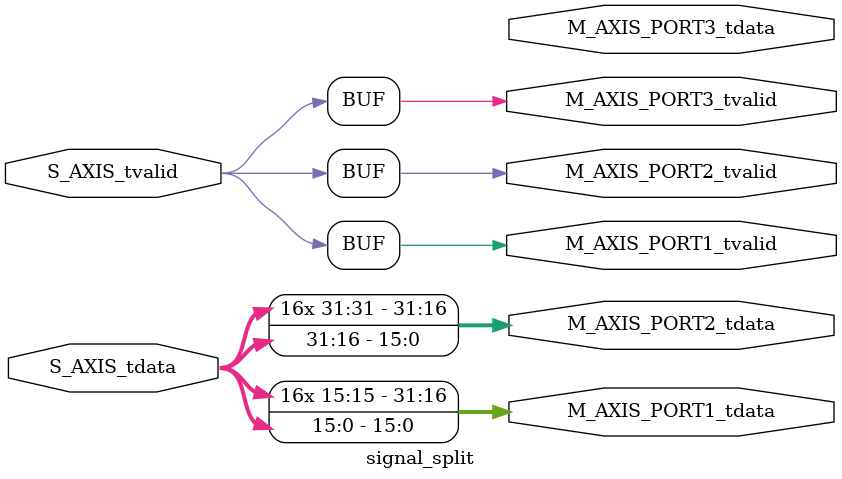
<source format=v>
`timescale 1ns / 1ps


module signal_split # 
(
    parameter ADC_DATA_WIDTH = 16,
    parameter AXIS_TDATA_WIDTH = 32
)
(
    (* X_INTERFACE_PARAMETER = "FREQ_HZ 125000000" *)
    input [AXIS_TDATA_WIDTH-1:0]        S_AXIS_tdata,
    input                               S_AXIS_tvalid,
    (* X_INTERFACE_PARAMETER = "FREQ_HZ 125000000" *)
    output wire [AXIS_TDATA_WIDTH-1:0]  M_AXIS_PORT1_tdata,
    output wire                         M_AXIS_PORT1_tvalid,
    (* X_INTERFACE_PARAMETER = "FREQ_HZ 125000000" *)
    output wire [AXIS_TDATA_WIDTH-1:0]  M_AXIS_PORT2_tdata,
    output wire                         M_AXIS_PORT2_tvalid,
        (* X_INTERFACE_PARAMETER = "FREQ_HZ 125000000" *)
    output wire [AXIS_TDATA_WIDTH-1:0]  M_AXIS_PORT3_tdata,
    output wire                         M_AXIS_PORT3_tvalid
);
        
    assign M_AXIS_PORT1_tdata = {{(AXIS_TDATA_WIDTH-ADC_DATA_WIDTH+1){S_AXIS_tdata[ADC_DATA_WIDTH-1]}},S_AXIS_tdata[ADC_DATA_WIDTH-1:0]};
    assign M_AXIS_PORT2_tdata = {{(AXIS_TDATA_WIDTH-ADC_DATA_WIDTH+1){S_AXIS_tdata[AXIS_TDATA_WIDTH-1]}},S_AXIS_tdata[AXIS_TDATA_WIDTH-1:ADC_DATA_WIDTH]};
    assign M_AXIS_PORT1_tvalid = S_AXIS_tvalid;
    assign M_AXIS_PORT2_tvalid = S_AXIS_tvalid;
     assign M_AXIS_PORT3_tvalid = S_AXIS_tvalid;
    assign M_AXIS_PORT3_tvalid = S_AXIS_tvalid;

endmodule
</source>
